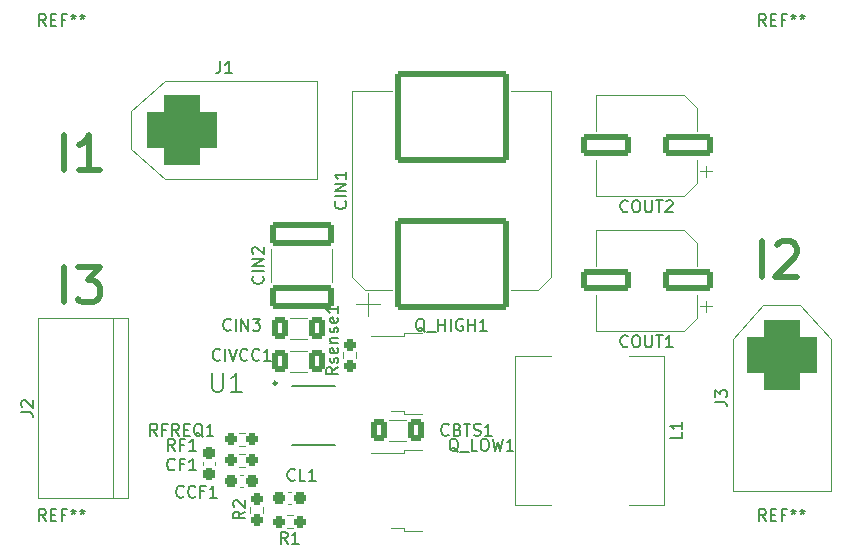
<source format=gto>
G04 #@! TF.GenerationSoftware,KiCad,Pcbnew,6.0.9-8da3e8f707~116~ubuntu22.04.1*
G04 #@! TF.CreationDate,2022-12-04T14:32:31+01:00*
G04 #@! TF.ProjectId,pcb_15V,7063625f-3135-4562-9e6b-696361645f70,rev?*
G04 #@! TF.SameCoordinates,Original*
G04 #@! TF.FileFunction,Legend,Top*
G04 #@! TF.FilePolarity,Positive*
%FSLAX46Y46*%
G04 Gerber Fmt 4.6, Leading zero omitted, Abs format (unit mm)*
G04 Created by KiCad (PCBNEW 6.0.9-8da3e8f707~116~ubuntu22.04.1) date 2022-12-04 14:32:31*
%MOMM*%
%LPD*%
G01*
G04 APERTURE LIST*
G04 Aperture macros list*
%AMRoundRect*
0 Rectangle with rounded corners*
0 $1 Rounding radius*
0 $2 $3 $4 $5 $6 $7 $8 $9 X,Y pos of 4 corners*
0 Add a 4 corners polygon primitive as box body*
4,1,4,$2,$3,$4,$5,$6,$7,$8,$9,$2,$3,0*
0 Add four circle primitives for the rounded corners*
1,1,$1+$1,$2,$3*
1,1,$1+$1,$4,$5*
1,1,$1+$1,$6,$7*
1,1,$1+$1,$8,$9*
0 Add four rect primitives between the rounded corners*
20,1,$1+$1,$2,$3,$4,$5,0*
20,1,$1+$1,$4,$5,$6,$7,0*
20,1,$1+$1,$6,$7,$8,$9,0*
20,1,$1+$1,$8,$9,$2,$3,0*%
G04 Aperture macros list end*
%ADD10C,0.500000*%
%ADD11C,0.150000*%
%ADD12C,0.120000*%
%ADD13C,0.200000*%
%ADD14C,0.250000*%
%ADD15R,2.200000X1.200000*%
%ADD16R,6.400000X5.800000*%
%ADD17C,3.000000*%
%ADD18R,3.000000X3.000000*%
%ADD19RoundRect,0.250000X-0.412500X-0.650000X0.412500X-0.650000X0.412500X0.650000X-0.412500X0.650000X0*%
%ADD20RoundRect,0.237500X0.300000X0.237500X-0.300000X0.237500X-0.300000X-0.237500X0.300000X-0.237500X0*%
%ADD21RoundRect,0.237500X-0.237500X0.300000X-0.237500X-0.300000X0.237500X-0.300000X0.237500X0.300000X0*%
%ADD22RoundRect,0.249998X4.550002X-3.650002X4.550002X3.650002X-4.550002X3.650002X-4.550002X-3.650002X0*%
%ADD23RoundRect,0.249999X2.450001X-0.737501X2.450001X0.737501X-2.450001X0.737501X-2.450001X-0.737501X0*%
%ADD24RoundRect,0.250000X1.825000X0.700000X-1.825000X0.700000X-1.825000X-0.700000X1.825000X-0.700000X0*%
%ADD25R,5.400000X2.900000*%
%ADD26RoundRect,0.237500X0.250000X0.237500X-0.250000X0.237500X-0.250000X-0.237500X0.250000X-0.237500X0*%
%ADD27RoundRect,0.237500X0.237500X-0.250000X0.237500X0.250000X-0.237500X0.250000X-0.237500X-0.250000X0*%
%ADD28R,1.310000X0.450000*%
%ADD29R,2.650000X3.000000*%
%ADD30RoundRect,1.500000X-1.500000X-1.500000X1.500000X-1.500000X1.500000X1.500000X-1.500000X1.500000X0*%
%ADD31C,6.000000*%
%ADD32C,3.200000*%
%ADD33RoundRect,1.500000X-1.500000X1.500000X-1.500000X-1.500000X1.500000X-1.500000X1.500000X1.500000X0*%
G04 APERTURE END LIST*
D10*
X87852428Y-48855142D02*
X87852428Y-45855142D01*
X88995285Y-45855142D02*
X90852428Y-45855142D01*
X89852428Y-46998000D01*
X90281000Y-46998000D01*
X90566714Y-47140857D01*
X90709571Y-47283714D01*
X90852428Y-47569428D01*
X90852428Y-48283714D01*
X90709571Y-48569428D01*
X90566714Y-48712285D01*
X90281000Y-48855142D01*
X89423857Y-48855142D01*
X89138142Y-48712285D01*
X88995285Y-48569428D01*
X146907428Y-46696142D02*
X146907428Y-43696142D01*
X148193142Y-43981857D02*
X148336000Y-43839000D01*
X148621714Y-43696142D01*
X149336000Y-43696142D01*
X149621714Y-43839000D01*
X149764571Y-43981857D01*
X149907428Y-44267571D01*
X149907428Y-44553285D01*
X149764571Y-44981857D01*
X148050285Y-46696142D01*
X149907428Y-46696142D01*
X87852428Y-37679142D02*
X87852428Y-34679142D01*
X90852428Y-37679142D02*
X89138142Y-37679142D01*
X89995285Y-37679142D02*
X89995285Y-34679142D01*
X89709571Y-35107714D01*
X89423857Y-35393428D01*
X89138142Y-35536285D01*
D11*
X121213809Y-61507619D02*
X121118571Y-61460000D01*
X121023333Y-61364761D01*
X120880476Y-61221904D01*
X120785238Y-61174285D01*
X120690000Y-61174285D01*
X120737619Y-61412380D02*
X120642380Y-61364761D01*
X120547142Y-61269523D01*
X120499523Y-61079047D01*
X120499523Y-60745714D01*
X120547142Y-60555238D01*
X120642380Y-60460000D01*
X120737619Y-60412380D01*
X120928095Y-60412380D01*
X121023333Y-60460000D01*
X121118571Y-60555238D01*
X121166190Y-60745714D01*
X121166190Y-61079047D01*
X121118571Y-61269523D01*
X121023333Y-61364761D01*
X120928095Y-61412380D01*
X120737619Y-61412380D01*
X121356666Y-61507619D02*
X122118571Y-61507619D01*
X122832857Y-61412380D02*
X122356666Y-61412380D01*
X122356666Y-60412380D01*
X123356666Y-60412380D02*
X123547142Y-60412380D01*
X123642380Y-60460000D01*
X123737619Y-60555238D01*
X123785238Y-60745714D01*
X123785238Y-61079047D01*
X123737619Y-61269523D01*
X123642380Y-61364761D01*
X123547142Y-61412380D01*
X123356666Y-61412380D01*
X123261428Y-61364761D01*
X123166190Y-61269523D01*
X123118571Y-61079047D01*
X123118571Y-60745714D01*
X123166190Y-60555238D01*
X123261428Y-60460000D01*
X123356666Y-60412380D01*
X124118571Y-60412380D02*
X124356666Y-61412380D01*
X124547142Y-60698095D01*
X124737619Y-61412380D01*
X124975714Y-60412380D01*
X125880476Y-61412380D02*
X125309047Y-61412380D01*
X125594761Y-61412380D02*
X125594761Y-60412380D01*
X125499523Y-60555238D01*
X125404285Y-60650476D01*
X125309047Y-60698095D01*
X84210380Y-58148333D02*
X84924666Y-58148333D01*
X85067523Y-58195952D01*
X85162761Y-58291190D01*
X85210380Y-58434047D01*
X85210380Y-58529285D01*
X84305619Y-57719761D02*
X84258000Y-57672142D01*
X84210380Y-57576904D01*
X84210380Y-57338809D01*
X84258000Y-57243571D01*
X84305619Y-57195952D01*
X84400857Y-57148333D01*
X84496095Y-57148333D01*
X84638952Y-57195952D01*
X85210380Y-57767380D01*
X85210380Y-57148333D01*
X120396190Y-60047142D02*
X120348571Y-60094761D01*
X120205714Y-60142380D01*
X120110476Y-60142380D01*
X119967619Y-60094761D01*
X119872380Y-59999523D01*
X119824761Y-59904285D01*
X119777142Y-59713809D01*
X119777142Y-59570952D01*
X119824761Y-59380476D01*
X119872380Y-59285238D01*
X119967619Y-59190000D01*
X120110476Y-59142380D01*
X120205714Y-59142380D01*
X120348571Y-59190000D01*
X120396190Y-59237619D01*
X121158095Y-59618571D02*
X121300952Y-59666190D01*
X121348571Y-59713809D01*
X121396190Y-59809047D01*
X121396190Y-59951904D01*
X121348571Y-60047142D01*
X121300952Y-60094761D01*
X121205714Y-60142380D01*
X120824761Y-60142380D01*
X120824761Y-59142380D01*
X121158095Y-59142380D01*
X121253333Y-59190000D01*
X121300952Y-59237619D01*
X121348571Y-59332857D01*
X121348571Y-59428095D01*
X121300952Y-59523333D01*
X121253333Y-59570952D01*
X121158095Y-59618571D01*
X120824761Y-59618571D01*
X121681904Y-59142380D02*
X122253333Y-59142380D01*
X121967619Y-60142380D02*
X121967619Y-59142380D01*
X122539047Y-60094761D02*
X122681904Y-60142380D01*
X122920000Y-60142380D01*
X123015238Y-60094761D01*
X123062857Y-60047142D01*
X123110476Y-59951904D01*
X123110476Y-59856666D01*
X123062857Y-59761428D01*
X123015238Y-59713809D01*
X122920000Y-59666190D01*
X122729523Y-59618571D01*
X122634285Y-59570952D01*
X122586666Y-59523333D01*
X122539047Y-59428095D01*
X122539047Y-59332857D01*
X122586666Y-59237619D01*
X122634285Y-59190000D01*
X122729523Y-59142380D01*
X122967619Y-59142380D01*
X123110476Y-59190000D01*
X124062857Y-60142380D02*
X123491428Y-60142380D01*
X123777142Y-60142380D02*
X123777142Y-59142380D01*
X123681904Y-59285238D01*
X123586666Y-59380476D01*
X123491428Y-59428095D01*
X97964761Y-65287142D02*
X97917142Y-65334761D01*
X97774285Y-65382380D01*
X97679047Y-65382380D01*
X97536190Y-65334761D01*
X97440952Y-65239523D01*
X97393333Y-65144285D01*
X97345714Y-64953809D01*
X97345714Y-64810952D01*
X97393333Y-64620476D01*
X97440952Y-64525238D01*
X97536190Y-64430000D01*
X97679047Y-64382380D01*
X97774285Y-64382380D01*
X97917142Y-64430000D01*
X97964761Y-64477619D01*
X98964761Y-65287142D02*
X98917142Y-65334761D01*
X98774285Y-65382380D01*
X98679047Y-65382380D01*
X98536190Y-65334761D01*
X98440952Y-65239523D01*
X98393333Y-65144285D01*
X98345714Y-64953809D01*
X98345714Y-64810952D01*
X98393333Y-64620476D01*
X98440952Y-64525238D01*
X98536190Y-64430000D01*
X98679047Y-64382380D01*
X98774285Y-64382380D01*
X98917142Y-64430000D01*
X98964761Y-64477619D01*
X99726666Y-64858571D02*
X99393333Y-64858571D01*
X99393333Y-65382380D02*
X99393333Y-64382380D01*
X99869523Y-64382380D01*
X100774285Y-65382380D02*
X100202857Y-65382380D01*
X100488571Y-65382380D02*
X100488571Y-64382380D01*
X100393333Y-64525238D01*
X100298095Y-64620476D01*
X100202857Y-64668095D01*
X97194761Y-62987409D02*
X97147142Y-63035028D01*
X97004285Y-63082647D01*
X96909047Y-63082647D01*
X96766190Y-63035028D01*
X96670952Y-62939790D01*
X96623333Y-62844552D01*
X96575714Y-62654076D01*
X96575714Y-62511219D01*
X96623333Y-62320743D01*
X96670952Y-62225505D01*
X96766190Y-62130267D01*
X96909047Y-62082647D01*
X97004285Y-62082647D01*
X97147142Y-62130267D01*
X97194761Y-62177886D01*
X97956666Y-62558838D02*
X97623333Y-62558838D01*
X97623333Y-63082647D02*
X97623333Y-62082647D01*
X98099523Y-62082647D01*
X99004285Y-63082647D02*
X98432857Y-63082647D01*
X98718571Y-63082647D02*
X98718571Y-62082647D01*
X98623333Y-62225505D01*
X98528095Y-62320743D01*
X98432857Y-62368362D01*
X111657142Y-40298571D02*
X111704761Y-40346190D01*
X111752380Y-40489047D01*
X111752380Y-40584285D01*
X111704761Y-40727142D01*
X111609523Y-40822380D01*
X111514285Y-40870000D01*
X111323809Y-40917619D01*
X111180952Y-40917619D01*
X110990476Y-40870000D01*
X110895238Y-40822380D01*
X110800000Y-40727142D01*
X110752380Y-40584285D01*
X110752380Y-40489047D01*
X110800000Y-40346190D01*
X110847619Y-40298571D01*
X111752380Y-39870000D02*
X110752380Y-39870000D01*
X111752380Y-39393809D02*
X110752380Y-39393809D01*
X111752380Y-38822380D01*
X110752380Y-38822380D01*
X111752380Y-37822380D02*
X111752380Y-38393809D01*
X111752380Y-38108095D02*
X110752380Y-38108095D01*
X110895238Y-38203333D01*
X110990476Y-38298571D01*
X111038095Y-38393809D01*
X104657142Y-46648571D02*
X104704761Y-46696190D01*
X104752380Y-46839047D01*
X104752380Y-46934285D01*
X104704761Y-47077142D01*
X104609523Y-47172380D01*
X104514285Y-47220000D01*
X104323809Y-47267619D01*
X104180952Y-47267619D01*
X103990476Y-47220000D01*
X103895238Y-47172380D01*
X103800000Y-47077142D01*
X103752380Y-46934285D01*
X103752380Y-46839047D01*
X103800000Y-46696190D01*
X103847619Y-46648571D01*
X104752380Y-46220000D02*
X103752380Y-46220000D01*
X104752380Y-45743809D02*
X103752380Y-45743809D01*
X104752380Y-45172380D01*
X103752380Y-45172380D01*
X103847619Y-44743809D02*
X103800000Y-44696190D01*
X103752380Y-44600952D01*
X103752380Y-44362857D01*
X103800000Y-44267619D01*
X103847619Y-44220000D01*
X103942857Y-44172380D01*
X104038095Y-44172380D01*
X104180952Y-44220000D01*
X104752380Y-44791428D01*
X104752380Y-44172380D01*
X101941428Y-51157142D02*
X101893809Y-51204761D01*
X101750952Y-51252380D01*
X101655714Y-51252380D01*
X101512857Y-51204761D01*
X101417619Y-51109523D01*
X101370000Y-51014285D01*
X101322380Y-50823809D01*
X101322380Y-50680952D01*
X101370000Y-50490476D01*
X101417619Y-50395238D01*
X101512857Y-50300000D01*
X101655714Y-50252380D01*
X101750952Y-50252380D01*
X101893809Y-50300000D01*
X101941428Y-50347619D01*
X102370000Y-51252380D02*
X102370000Y-50252380D01*
X102846190Y-51252380D02*
X102846190Y-50252380D01*
X103417619Y-51252380D01*
X103417619Y-50252380D01*
X103798571Y-50252380D02*
X104417619Y-50252380D01*
X104084285Y-50633333D01*
X104227142Y-50633333D01*
X104322380Y-50680952D01*
X104370000Y-50728571D01*
X104417619Y-50823809D01*
X104417619Y-51061904D01*
X104370000Y-51157142D01*
X104322380Y-51204761D01*
X104227142Y-51252380D01*
X103941428Y-51252380D01*
X103846190Y-51204761D01*
X103798571Y-51157142D01*
X101036666Y-53697142D02*
X100989047Y-53744761D01*
X100846190Y-53792380D01*
X100750952Y-53792380D01*
X100608095Y-53744761D01*
X100512857Y-53649523D01*
X100465238Y-53554285D01*
X100417619Y-53363809D01*
X100417619Y-53220952D01*
X100465238Y-53030476D01*
X100512857Y-52935238D01*
X100608095Y-52840000D01*
X100750952Y-52792380D01*
X100846190Y-52792380D01*
X100989047Y-52840000D01*
X101036666Y-52887619D01*
X101465238Y-53792380D02*
X101465238Y-52792380D01*
X101798571Y-52792380D02*
X102131904Y-53792380D01*
X102465238Y-52792380D01*
X103370000Y-53697142D02*
X103322380Y-53744761D01*
X103179523Y-53792380D01*
X103084285Y-53792380D01*
X102941428Y-53744761D01*
X102846190Y-53649523D01*
X102798571Y-53554285D01*
X102750952Y-53363809D01*
X102750952Y-53220952D01*
X102798571Y-53030476D01*
X102846190Y-52935238D01*
X102941428Y-52840000D01*
X103084285Y-52792380D01*
X103179523Y-52792380D01*
X103322380Y-52840000D01*
X103370000Y-52887619D01*
X104370000Y-53697142D02*
X104322380Y-53744761D01*
X104179523Y-53792380D01*
X104084285Y-53792380D01*
X103941428Y-53744761D01*
X103846190Y-53649523D01*
X103798571Y-53554285D01*
X103750952Y-53363809D01*
X103750952Y-53220952D01*
X103798571Y-53030476D01*
X103846190Y-52935238D01*
X103941428Y-52840000D01*
X104084285Y-52792380D01*
X104179523Y-52792380D01*
X104322380Y-52840000D01*
X104370000Y-52887619D01*
X105322380Y-53792380D02*
X104750952Y-53792380D01*
X105036666Y-53792380D02*
X105036666Y-52792380D01*
X104941428Y-52935238D01*
X104846190Y-53030476D01*
X104750952Y-53078095D01*
X107378571Y-63857142D02*
X107330952Y-63904761D01*
X107188095Y-63952380D01*
X107092857Y-63952380D01*
X106950000Y-63904761D01*
X106854761Y-63809523D01*
X106807142Y-63714285D01*
X106759523Y-63523809D01*
X106759523Y-63380952D01*
X106807142Y-63190476D01*
X106854761Y-63095238D01*
X106950000Y-63000000D01*
X107092857Y-62952380D01*
X107188095Y-62952380D01*
X107330952Y-63000000D01*
X107378571Y-63047619D01*
X108283333Y-63952380D02*
X107807142Y-63952380D01*
X107807142Y-62952380D01*
X109140476Y-63952380D02*
X108569047Y-63952380D01*
X108854761Y-63952380D02*
X108854761Y-62952380D01*
X108759523Y-63095238D01*
X108664285Y-63190476D01*
X108569047Y-63238095D01*
X135564761Y-52547142D02*
X135517142Y-52594761D01*
X135374285Y-52642380D01*
X135279047Y-52642380D01*
X135136190Y-52594761D01*
X135040952Y-52499523D01*
X134993333Y-52404285D01*
X134945714Y-52213809D01*
X134945714Y-52070952D01*
X134993333Y-51880476D01*
X135040952Y-51785238D01*
X135136190Y-51690000D01*
X135279047Y-51642380D01*
X135374285Y-51642380D01*
X135517142Y-51690000D01*
X135564761Y-51737619D01*
X136183809Y-51642380D02*
X136374285Y-51642380D01*
X136469523Y-51690000D01*
X136564761Y-51785238D01*
X136612380Y-51975714D01*
X136612380Y-52309047D01*
X136564761Y-52499523D01*
X136469523Y-52594761D01*
X136374285Y-52642380D01*
X136183809Y-52642380D01*
X136088571Y-52594761D01*
X135993333Y-52499523D01*
X135945714Y-52309047D01*
X135945714Y-51975714D01*
X135993333Y-51785238D01*
X136088571Y-51690000D01*
X136183809Y-51642380D01*
X137040952Y-51642380D02*
X137040952Y-52451904D01*
X137088571Y-52547142D01*
X137136190Y-52594761D01*
X137231428Y-52642380D01*
X137421904Y-52642380D01*
X137517142Y-52594761D01*
X137564761Y-52547142D01*
X137612380Y-52451904D01*
X137612380Y-51642380D01*
X137945714Y-51642380D02*
X138517142Y-51642380D01*
X138231428Y-52642380D02*
X138231428Y-51642380D01*
X139374285Y-52642380D02*
X138802857Y-52642380D01*
X139088571Y-52642380D02*
X139088571Y-51642380D01*
X138993333Y-51785238D01*
X138898095Y-51880476D01*
X138802857Y-51928095D01*
X135564761Y-41117142D02*
X135517142Y-41164761D01*
X135374285Y-41212380D01*
X135279047Y-41212380D01*
X135136190Y-41164761D01*
X135040952Y-41069523D01*
X134993333Y-40974285D01*
X134945714Y-40783809D01*
X134945714Y-40640952D01*
X134993333Y-40450476D01*
X135040952Y-40355238D01*
X135136190Y-40260000D01*
X135279047Y-40212380D01*
X135374285Y-40212380D01*
X135517142Y-40260000D01*
X135564761Y-40307619D01*
X136183809Y-40212380D02*
X136374285Y-40212380D01*
X136469523Y-40260000D01*
X136564761Y-40355238D01*
X136612380Y-40545714D01*
X136612380Y-40879047D01*
X136564761Y-41069523D01*
X136469523Y-41164761D01*
X136374285Y-41212380D01*
X136183809Y-41212380D01*
X136088571Y-41164761D01*
X135993333Y-41069523D01*
X135945714Y-40879047D01*
X135945714Y-40545714D01*
X135993333Y-40355238D01*
X136088571Y-40260000D01*
X136183809Y-40212380D01*
X137040952Y-40212380D02*
X137040952Y-41021904D01*
X137088571Y-41117142D01*
X137136190Y-41164761D01*
X137231428Y-41212380D01*
X137421904Y-41212380D01*
X137517142Y-41164761D01*
X137564761Y-41117142D01*
X137612380Y-41021904D01*
X137612380Y-40212380D01*
X137945714Y-40212380D02*
X138517142Y-40212380D01*
X138231428Y-41212380D02*
X138231428Y-40212380D01*
X138802857Y-40307619D02*
X138850476Y-40260000D01*
X138945714Y-40212380D01*
X139183809Y-40212380D01*
X139279047Y-40260000D01*
X139326666Y-40307619D01*
X139374285Y-40402857D01*
X139374285Y-40498095D01*
X139326666Y-40640952D01*
X138755238Y-41212380D01*
X139374285Y-41212380D01*
X140186380Y-59856666D02*
X140186380Y-60332857D01*
X139186380Y-60332857D01*
X140186380Y-58999523D02*
X140186380Y-59570952D01*
X140186380Y-59285238D02*
X139186380Y-59285238D01*
X139329238Y-59380476D01*
X139424476Y-59475714D01*
X139472095Y-59570952D01*
X118388095Y-51347619D02*
X118292857Y-51300000D01*
X118197619Y-51204761D01*
X118054761Y-51061904D01*
X117959523Y-51014285D01*
X117864285Y-51014285D01*
X117911904Y-51252380D02*
X117816666Y-51204761D01*
X117721428Y-51109523D01*
X117673809Y-50919047D01*
X117673809Y-50585714D01*
X117721428Y-50395238D01*
X117816666Y-50300000D01*
X117911904Y-50252380D01*
X118102380Y-50252380D01*
X118197619Y-50300000D01*
X118292857Y-50395238D01*
X118340476Y-50585714D01*
X118340476Y-50919047D01*
X118292857Y-51109523D01*
X118197619Y-51204761D01*
X118102380Y-51252380D01*
X117911904Y-51252380D01*
X118530952Y-51347619D02*
X119292857Y-51347619D01*
X119530952Y-51252380D02*
X119530952Y-50252380D01*
X119530952Y-50728571D02*
X120102380Y-50728571D01*
X120102380Y-51252380D02*
X120102380Y-50252380D01*
X120578571Y-51252380D02*
X120578571Y-50252380D01*
X121578571Y-50300000D02*
X121483333Y-50252380D01*
X121340476Y-50252380D01*
X121197619Y-50300000D01*
X121102380Y-50395238D01*
X121054761Y-50490476D01*
X121007142Y-50680952D01*
X121007142Y-50823809D01*
X121054761Y-51014285D01*
X121102380Y-51109523D01*
X121197619Y-51204761D01*
X121340476Y-51252380D01*
X121435714Y-51252380D01*
X121578571Y-51204761D01*
X121626190Y-51157142D01*
X121626190Y-50823809D01*
X121435714Y-50823809D01*
X122054761Y-51252380D02*
X122054761Y-50252380D01*
X122054761Y-50728571D02*
X122626190Y-50728571D01*
X122626190Y-51252380D02*
X122626190Y-50252380D01*
X123626190Y-51252380D02*
X123054761Y-51252380D01*
X123340476Y-51252380D02*
X123340476Y-50252380D01*
X123245238Y-50395238D01*
X123150000Y-50490476D01*
X123054761Y-50538095D01*
X106767333Y-69295880D02*
X106434000Y-68819690D01*
X106195904Y-69295880D02*
X106195904Y-68295880D01*
X106576857Y-68295880D01*
X106672095Y-68343500D01*
X106719714Y-68391119D01*
X106767333Y-68486357D01*
X106767333Y-68629214D01*
X106719714Y-68724452D01*
X106672095Y-68772071D01*
X106576857Y-68819690D01*
X106195904Y-68819690D01*
X107719714Y-69295880D02*
X107148285Y-69295880D01*
X107434000Y-69295880D02*
X107434000Y-68295880D01*
X107338761Y-68438738D01*
X107243523Y-68533976D01*
X107148285Y-68581595D01*
X103162380Y-66564166D02*
X102686190Y-66897500D01*
X103162380Y-67135595D02*
X102162380Y-67135595D01*
X102162380Y-66754642D01*
X102210000Y-66659404D01*
X102257619Y-66611785D01*
X102352857Y-66564166D01*
X102495714Y-66564166D01*
X102590952Y-66611785D01*
X102638571Y-66659404D01*
X102686190Y-66754642D01*
X102686190Y-67135595D01*
X102257619Y-66183214D02*
X102210000Y-66135595D01*
X102162380Y-66040357D01*
X102162380Y-65802261D01*
X102210000Y-65707023D01*
X102257619Y-65659404D01*
X102352857Y-65611785D01*
X102448095Y-65611785D01*
X102590952Y-65659404D01*
X103162380Y-66230833D01*
X103162380Y-65611785D01*
X97194761Y-61412380D02*
X96861428Y-60936190D01*
X96623333Y-61412380D02*
X96623333Y-60412380D01*
X97004285Y-60412380D01*
X97099523Y-60460000D01*
X97147142Y-60507619D01*
X97194761Y-60602857D01*
X97194761Y-60745714D01*
X97147142Y-60840952D01*
X97099523Y-60888571D01*
X97004285Y-60936190D01*
X96623333Y-60936190D01*
X97956666Y-60888571D02*
X97623333Y-60888571D01*
X97623333Y-61412380D02*
X97623333Y-60412380D01*
X98099523Y-60412380D01*
X99004285Y-61412380D02*
X98432857Y-61412380D01*
X98718571Y-61412380D02*
X98718571Y-60412380D01*
X98623333Y-60555238D01*
X98528095Y-60650476D01*
X98432857Y-60698095D01*
X95718571Y-60142380D02*
X95385238Y-59666190D01*
X95147142Y-60142380D02*
X95147142Y-59142380D01*
X95528095Y-59142380D01*
X95623333Y-59190000D01*
X95670952Y-59237619D01*
X95718571Y-59332857D01*
X95718571Y-59475714D01*
X95670952Y-59570952D01*
X95623333Y-59618571D01*
X95528095Y-59666190D01*
X95147142Y-59666190D01*
X96480476Y-59618571D02*
X96147142Y-59618571D01*
X96147142Y-60142380D02*
X96147142Y-59142380D01*
X96623333Y-59142380D01*
X97575714Y-60142380D02*
X97242380Y-59666190D01*
X97004285Y-60142380D02*
X97004285Y-59142380D01*
X97385238Y-59142380D01*
X97480476Y-59190000D01*
X97528095Y-59237619D01*
X97575714Y-59332857D01*
X97575714Y-59475714D01*
X97528095Y-59570952D01*
X97480476Y-59618571D01*
X97385238Y-59666190D01*
X97004285Y-59666190D01*
X98004285Y-59618571D02*
X98337619Y-59618571D01*
X98480476Y-60142380D02*
X98004285Y-60142380D01*
X98004285Y-59142380D01*
X98480476Y-59142380D01*
X99575714Y-60237619D02*
X99480476Y-60190000D01*
X99385238Y-60094761D01*
X99242380Y-59951904D01*
X99147142Y-59904285D01*
X99051904Y-59904285D01*
X99099523Y-60142380D02*
X99004285Y-60094761D01*
X98909047Y-59999523D01*
X98861428Y-59809047D01*
X98861428Y-59475714D01*
X98909047Y-59285238D01*
X99004285Y-59190000D01*
X99099523Y-59142380D01*
X99290000Y-59142380D01*
X99385238Y-59190000D01*
X99480476Y-59285238D01*
X99528095Y-59475714D01*
X99528095Y-59809047D01*
X99480476Y-59999523D01*
X99385238Y-60094761D01*
X99290000Y-60142380D01*
X99099523Y-60142380D01*
X100480476Y-60142380D02*
X99909047Y-60142380D01*
X100194761Y-60142380D02*
X100194761Y-59142380D01*
X100099523Y-59285238D01*
X100004285Y-59380476D01*
X99909047Y-59428095D01*
X111036380Y-54355714D02*
X110560190Y-54689047D01*
X111036380Y-54927142D02*
X110036380Y-54927142D01*
X110036380Y-54546190D01*
X110084000Y-54450952D01*
X110131619Y-54403333D01*
X110226857Y-54355714D01*
X110369714Y-54355714D01*
X110464952Y-54403333D01*
X110512571Y-54450952D01*
X110560190Y-54546190D01*
X110560190Y-54927142D01*
X110988761Y-53974761D02*
X111036380Y-53879523D01*
X111036380Y-53689047D01*
X110988761Y-53593809D01*
X110893523Y-53546190D01*
X110845904Y-53546190D01*
X110750666Y-53593809D01*
X110703047Y-53689047D01*
X110703047Y-53831904D01*
X110655428Y-53927142D01*
X110560190Y-53974761D01*
X110512571Y-53974761D01*
X110417333Y-53927142D01*
X110369714Y-53831904D01*
X110369714Y-53689047D01*
X110417333Y-53593809D01*
X110988761Y-52736666D02*
X111036380Y-52831904D01*
X111036380Y-53022380D01*
X110988761Y-53117619D01*
X110893523Y-53165238D01*
X110512571Y-53165238D01*
X110417333Y-53117619D01*
X110369714Y-53022380D01*
X110369714Y-52831904D01*
X110417333Y-52736666D01*
X110512571Y-52689047D01*
X110607809Y-52689047D01*
X110703047Y-53165238D01*
X110369714Y-52260476D02*
X111036380Y-52260476D01*
X110464952Y-52260476D02*
X110417333Y-52212857D01*
X110369714Y-52117619D01*
X110369714Y-51974761D01*
X110417333Y-51879523D01*
X110512571Y-51831904D01*
X111036380Y-51831904D01*
X110988761Y-51403333D02*
X111036380Y-51308095D01*
X111036380Y-51117619D01*
X110988761Y-51022380D01*
X110893523Y-50974761D01*
X110845904Y-50974761D01*
X110750666Y-51022380D01*
X110703047Y-51117619D01*
X110703047Y-51260476D01*
X110655428Y-51355714D01*
X110560190Y-51403333D01*
X110512571Y-51403333D01*
X110417333Y-51355714D01*
X110369714Y-51260476D01*
X110369714Y-51117619D01*
X110417333Y-51022380D01*
X110988761Y-50165238D02*
X111036380Y-50260476D01*
X111036380Y-50450952D01*
X110988761Y-50546190D01*
X110893523Y-50593809D01*
X110512571Y-50593809D01*
X110417333Y-50546190D01*
X110369714Y-50450952D01*
X110369714Y-50260476D01*
X110417333Y-50165238D01*
X110512571Y-50117619D01*
X110607809Y-50117619D01*
X110703047Y-50593809D01*
X111036380Y-49165238D02*
X111036380Y-49736666D01*
X111036380Y-49450952D02*
X110036380Y-49450952D01*
X110179238Y-49546190D01*
X110274476Y-49641428D01*
X110322095Y-49736666D01*
X100380952Y-54818809D02*
X100380952Y-56114047D01*
X100457142Y-56266428D01*
X100533333Y-56342619D01*
X100685714Y-56418809D01*
X100990476Y-56418809D01*
X101142857Y-56342619D01*
X101219047Y-56266428D01*
X101295238Y-56114047D01*
X101295238Y-54818809D01*
X102895238Y-56418809D02*
X101980952Y-56418809D01*
X102438095Y-56418809D02*
X102438095Y-54818809D01*
X102285714Y-55047380D01*
X102133333Y-55199761D01*
X101980952Y-55275952D01*
X101056666Y-28442380D02*
X101056666Y-29156666D01*
X101009047Y-29299523D01*
X100913809Y-29394761D01*
X100770952Y-29442380D01*
X100675714Y-29442380D01*
X102056666Y-29442380D02*
X101485238Y-29442380D01*
X101770952Y-29442380D02*
X101770952Y-28442380D01*
X101675714Y-28585238D01*
X101580476Y-28680476D01*
X101485238Y-28728095D01*
X147256666Y-25462380D02*
X146923333Y-24986190D01*
X146685238Y-25462380D02*
X146685238Y-24462380D01*
X147066190Y-24462380D01*
X147161428Y-24510000D01*
X147209047Y-24557619D01*
X147256666Y-24652857D01*
X147256666Y-24795714D01*
X147209047Y-24890952D01*
X147161428Y-24938571D01*
X147066190Y-24986190D01*
X146685238Y-24986190D01*
X147685238Y-24938571D02*
X148018571Y-24938571D01*
X148161428Y-25462380D02*
X147685238Y-25462380D01*
X147685238Y-24462380D01*
X148161428Y-24462380D01*
X148923333Y-24938571D02*
X148590000Y-24938571D01*
X148590000Y-25462380D02*
X148590000Y-24462380D01*
X149066190Y-24462380D01*
X149590000Y-24462380D02*
X149590000Y-24700476D01*
X149351904Y-24605238D02*
X149590000Y-24700476D01*
X149828095Y-24605238D01*
X149447142Y-24890952D02*
X149590000Y-24700476D01*
X149732857Y-24890952D01*
X150351904Y-24462380D02*
X150351904Y-24700476D01*
X150113809Y-24605238D02*
X150351904Y-24700476D01*
X150590000Y-24605238D01*
X150209047Y-24890952D02*
X150351904Y-24700476D01*
X150494761Y-24890952D01*
X142962380Y-57273333D02*
X143676666Y-57273333D01*
X143819523Y-57320952D01*
X143914761Y-57416190D01*
X143962380Y-57559047D01*
X143962380Y-57654285D01*
X142962380Y-56892380D02*
X142962380Y-56273333D01*
X143343333Y-56606666D01*
X143343333Y-56463809D01*
X143390952Y-56368571D01*
X143438571Y-56320952D01*
X143533809Y-56273333D01*
X143771904Y-56273333D01*
X143867142Y-56320952D01*
X143914761Y-56368571D01*
X143962380Y-56463809D01*
X143962380Y-56749523D01*
X143914761Y-56844761D01*
X143867142Y-56892380D01*
X86296666Y-67372380D02*
X85963333Y-66896190D01*
X85725238Y-67372380D02*
X85725238Y-66372380D01*
X86106190Y-66372380D01*
X86201428Y-66420000D01*
X86249047Y-66467619D01*
X86296666Y-66562857D01*
X86296666Y-66705714D01*
X86249047Y-66800952D01*
X86201428Y-66848571D01*
X86106190Y-66896190D01*
X85725238Y-66896190D01*
X86725238Y-66848571D02*
X87058571Y-66848571D01*
X87201428Y-67372380D02*
X86725238Y-67372380D01*
X86725238Y-66372380D01*
X87201428Y-66372380D01*
X87963333Y-66848571D02*
X87630000Y-66848571D01*
X87630000Y-67372380D02*
X87630000Y-66372380D01*
X88106190Y-66372380D01*
X88630000Y-66372380D02*
X88630000Y-66610476D01*
X88391904Y-66515238D02*
X88630000Y-66610476D01*
X88868095Y-66515238D01*
X88487142Y-66800952D02*
X88630000Y-66610476D01*
X88772857Y-66800952D01*
X89391904Y-66372380D02*
X89391904Y-66610476D01*
X89153809Y-66515238D02*
X89391904Y-66610476D01*
X89630000Y-66515238D01*
X89249047Y-66800952D02*
X89391904Y-66610476D01*
X89534761Y-66800952D01*
X86296666Y-25462380D02*
X85963333Y-24986190D01*
X85725238Y-25462380D02*
X85725238Y-24462380D01*
X86106190Y-24462380D01*
X86201428Y-24510000D01*
X86249047Y-24557619D01*
X86296666Y-24652857D01*
X86296666Y-24795714D01*
X86249047Y-24890952D01*
X86201428Y-24938571D01*
X86106190Y-24986190D01*
X85725238Y-24986190D01*
X86725238Y-24938571D02*
X87058571Y-24938571D01*
X87201428Y-25462380D02*
X86725238Y-25462380D01*
X86725238Y-24462380D01*
X87201428Y-24462380D01*
X87963333Y-24938571D02*
X87630000Y-24938571D01*
X87630000Y-25462380D02*
X87630000Y-24462380D01*
X88106190Y-24462380D01*
X88630000Y-24462380D02*
X88630000Y-24700476D01*
X88391904Y-24605238D02*
X88630000Y-24700476D01*
X88868095Y-24605238D01*
X88487142Y-24890952D02*
X88630000Y-24700476D01*
X88772857Y-24890952D01*
X89391904Y-24462380D02*
X89391904Y-24700476D01*
X89153809Y-24605238D02*
X89391904Y-24700476D01*
X89630000Y-24605238D01*
X89249047Y-24890952D02*
X89391904Y-24700476D01*
X89534761Y-24890952D01*
X147256666Y-67372380D02*
X146923333Y-66896190D01*
X146685238Y-67372380D02*
X146685238Y-66372380D01*
X147066190Y-66372380D01*
X147161428Y-66420000D01*
X147209047Y-66467619D01*
X147256666Y-66562857D01*
X147256666Y-66705714D01*
X147209047Y-66800952D01*
X147161428Y-66848571D01*
X147066190Y-66896190D01*
X146685238Y-66896190D01*
X147685238Y-66848571D02*
X148018571Y-66848571D01*
X148161428Y-67372380D02*
X147685238Y-67372380D01*
X147685238Y-66372380D01*
X148161428Y-66372380D01*
X148923333Y-66848571D02*
X148590000Y-66848571D01*
X148590000Y-67372380D02*
X148590000Y-66372380D01*
X149066190Y-66372380D01*
X149590000Y-66372380D02*
X149590000Y-66610476D01*
X149351904Y-66515238D02*
X149590000Y-66610476D01*
X149828095Y-66515238D01*
X149447142Y-66800952D02*
X149590000Y-66610476D01*
X149732857Y-66800952D01*
X150351904Y-66372380D02*
X150351904Y-66610476D01*
X150113809Y-66515238D02*
X150351904Y-66610476D01*
X150590000Y-66515238D01*
X150209047Y-66800952D02*
X150351904Y-66610476D01*
X150494761Y-66800952D01*
D12*
X116656000Y-61590000D02*
X113826000Y-61590000D01*
X116656000Y-61320000D02*
X116656000Y-61590000D01*
X116656000Y-67950000D02*
X115556000Y-67950000D01*
X116656000Y-68220000D02*
X116656000Y-67950000D01*
X118156000Y-61320000D02*
X116656000Y-61320000D01*
X118156000Y-68220000D02*
X116656000Y-68220000D01*
X93218000Y-65405000D02*
X85598000Y-65405000D01*
X93218000Y-65405000D02*
X93218000Y-50165000D01*
X91948000Y-65405000D02*
X91948000Y-50165000D01*
X93218000Y-50165000D02*
X85598000Y-50165000D01*
X85598000Y-65405000D02*
X85598000Y-50165000D01*
X115366748Y-60600000D02*
X116789252Y-60600000D01*
X115366748Y-58780000D02*
X116789252Y-58780000D01*
X103016267Y-64518000D02*
X102723733Y-64518000D01*
X103016267Y-63498000D02*
X102723733Y-63498000D01*
X100586000Y-62337733D02*
X100586000Y-62630267D01*
X99566000Y-62337733D02*
X99566000Y-62630267D01*
X113304437Y-47780000D02*
X115590000Y-47780000D01*
X112590000Y-49020000D02*
X114590000Y-49020000D01*
X129060000Y-46715563D02*
X129060000Y-30960000D01*
X129060000Y-30960000D02*
X125710000Y-30960000D01*
X113304437Y-47780000D02*
X112240000Y-46715563D01*
X113590000Y-50020000D02*
X113590000Y-48020000D01*
X112240000Y-46715563D02*
X112240000Y-30960000D01*
X112240000Y-30960000D02*
X115590000Y-30960000D01*
X127995563Y-47780000D02*
X129060000Y-46715563D01*
X127995563Y-47780000D02*
X125710000Y-47780000D01*
X110560000Y-47135748D02*
X110560000Y-44304252D01*
X105340000Y-47135748D02*
X105340000Y-44304252D01*
X106946248Y-50144000D02*
X108368752Y-50144000D01*
X106946248Y-51964000D02*
X108368752Y-51964000D01*
X106946248Y-52938000D02*
X108368752Y-52938000D01*
X106946248Y-54758000D02*
X108368752Y-54758000D01*
X107080267Y-64871500D02*
X106787733Y-64871500D01*
X107080267Y-65891500D02*
X106787733Y-65891500D01*
X141420000Y-50185563D02*
X141420000Y-48200000D01*
X140355563Y-51250000D02*
X132900000Y-51250000D01*
X142160000Y-49700000D02*
X142160000Y-48700000D01*
X132900000Y-51250000D02*
X132900000Y-48200000D01*
X141420000Y-43794437D02*
X141420000Y-45780000D01*
X132900000Y-42730000D02*
X132900000Y-45780000D01*
X142660000Y-49200000D02*
X141660000Y-49200000D01*
X140355563Y-42730000D02*
X132900000Y-42730000D01*
X141420000Y-50185563D02*
X140355563Y-51250000D01*
X141420000Y-43794437D02*
X140355563Y-42730000D01*
X141420000Y-38755563D02*
X141420000Y-36770000D01*
X140355563Y-39820000D02*
X132900000Y-39820000D01*
X132900000Y-31300000D02*
X132900000Y-34350000D01*
X141420000Y-32364437D02*
X140355563Y-31300000D01*
X142660000Y-37770000D02*
X141660000Y-37770000D01*
X140355563Y-31300000D02*
X132900000Y-31300000D01*
X142160000Y-38270000D02*
X142160000Y-37270000D01*
X132900000Y-39820000D02*
X132900000Y-36770000D01*
X141420000Y-32364437D02*
X141420000Y-34350000D01*
X141420000Y-38755563D02*
X140355563Y-39820000D01*
X126034000Y-53390000D02*
X129034000Y-53390000D01*
X129034000Y-65990000D02*
X126034000Y-65990000D01*
X126034000Y-65990000D02*
X126034000Y-53390000D01*
X138634000Y-53390000D02*
X138634000Y-65990000D01*
X135634000Y-53390000D02*
X138634000Y-53390000D01*
X138634000Y-65990000D02*
X135634000Y-65990000D01*
X116656000Y-58044000D02*
X115556000Y-58044000D01*
X118156000Y-58314000D02*
X116656000Y-58314000D01*
X116656000Y-51414000D02*
X116656000Y-51684000D01*
X116656000Y-51684000D02*
X113826000Y-51684000D01*
X116656000Y-58314000D02*
X116656000Y-58044000D01*
X118156000Y-51414000D02*
X116656000Y-51414000D01*
X107188724Y-67936000D02*
X106679276Y-67936000D01*
X107188724Y-66891000D02*
X106679276Y-66891000D01*
X103617500Y-66652224D02*
X103617500Y-66142776D01*
X104662500Y-66652224D02*
X104662500Y-66142776D01*
X103124724Y-62752500D02*
X102615276Y-62752500D01*
X103124724Y-61707500D02*
X102615276Y-61707500D01*
X103124724Y-59929500D02*
X102615276Y-59929500D01*
X103124724Y-60974500D02*
X102615276Y-60974500D01*
X112536500Y-53594724D02*
X112536500Y-53085276D01*
X111491500Y-53594724D02*
X111491500Y-53085276D01*
D13*
X107166000Y-60920000D02*
X110766000Y-60920000D01*
X107166000Y-55920000D02*
X110766000Y-55920000D01*
D14*
X105839000Y-55695000D02*
G75*
G03*
X105839000Y-55695000I-125000J0D01*
G01*
D12*
X93540000Y-35840000D02*
X96390000Y-38440000D01*
X96390000Y-30140000D02*
X93540000Y-32690000D01*
X96390000Y-38440000D02*
X109240000Y-38440000D01*
X109240000Y-30140000D02*
X96390000Y-30140000D01*
X93540000Y-32690000D02*
X93540000Y-35840000D01*
X109240000Y-38440000D02*
X109240000Y-30140000D01*
X144440000Y-51940000D02*
X144440000Y-64790000D01*
X152740000Y-51940000D02*
X150190000Y-49090000D01*
X152740000Y-64790000D02*
X152740000Y-51940000D01*
X150190000Y-49090000D02*
X147040000Y-49090000D01*
X144440000Y-64790000D02*
X152740000Y-64790000D01*
X147040000Y-49090000D02*
X144440000Y-51940000D01*
%LPC*%
D15*
X114926000Y-62490000D03*
D16*
X121226000Y-64770000D03*
D15*
X114926000Y-64770000D03*
X114926000Y-67050000D03*
D17*
X89408000Y-52705000D03*
X89408000Y-57785000D03*
D18*
X89408000Y-62865000D03*
D19*
X114515500Y-59690000D03*
X117640500Y-59690000D03*
D20*
X103732500Y-64008000D03*
X102007500Y-64008000D03*
D21*
X100076000Y-61621500D03*
X100076000Y-63346500D03*
D22*
X120650000Y-45620000D03*
X120650000Y-33120000D03*
D23*
X107950000Y-48357500D03*
X107950000Y-43082500D03*
D19*
X106095000Y-51054000D03*
X109220000Y-51054000D03*
X106095000Y-53848000D03*
X109220000Y-53848000D03*
D20*
X107796500Y-65381500D03*
X106071500Y-65381500D03*
D24*
X140635000Y-46990000D03*
X133685000Y-46990000D03*
X140635000Y-35560000D03*
X133685000Y-35560000D03*
D25*
X132334000Y-54740000D03*
X132334000Y-64640000D03*
D15*
X114926000Y-52584000D03*
D16*
X121226000Y-54864000D03*
D15*
X114926000Y-54864000D03*
X114926000Y-57144000D03*
D26*
X107846500Y-67413500D03*
X106021500Y-67413500D03*
D27*
X104140000Y-67310000D03*
X104140000Y-65485000D03*
D26*
X103782500Y-62230000D03*
X101957500Y-62230000D03*
X103782500Y-60452000D03*
X101957500Y-60452000D03*
D27*
X112014000Y-54252500D03*
X112014000Y-52427500D03*
D28*
X106121000Y-56470000D03*
X106121000Y-57120000D03*
X106121000Y-57770000D03*
X106121000Y-58420000D03*
X106121000Y-59070000D03*
X106121000Y-59720000D03*
X106121000Y-60370000D03*
X111811000Y-60370000D03*
X111811000Y-59720000D03*
X111811000Y-59070000D03*
X111811000Y-58420000D03*
X111811000Y-57770000D03*
X111811000Y-57120000D03*
X111811000Y-56470000D03*
D29*
X108966000Y-58420000D03*
D30*
X97790000Y-34290000D03*
D31*
X104990000Y-34290000D03*
D32*
X148590000Y-29210000D03*
D33*
X148590000Y-53340000D03*
D31*
X148590000Y-60540000D03*
D32*
X87630000Y-71120000D03*
X87630000Y-29210000D03*
X148590000Y-71120000D03*
M02*

</source>
